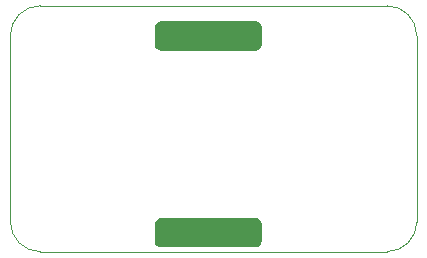
<source format=gbr>
G04*
G04 #@! TF.GenerationSoftware,Altium Limited,Altium Designer,25.3.3 (18)*
G04*
G04 Layer_Color=0*
%FSLAX44Y44*%
%MOMM*%
G71*
G04*
G04 #@! TF.SameCoordinates,BFC568DA-C1B5-42DE-8167-96A376B3F609*
G04*
G04*
G04 #@! TF.FilePolarity,Positive*
G04*
G01*
G75*
%ADD47C,0.0254*%
G36*
X521483Y1044427D02*
X523163Y1045550D01*
X525145Y1045945D01*
Y1045845D01*
X605155Y1045945D01*
X607137Y1045550D01*
X608817Y1044427D01*
X609940Y1042747D01*
X610335Y1040765D01*
X610235D01*
X610335Y1026160D01*
X609940Y1024178D01*
X608817Y1022497D01*
X607137Y1021375D01*
X605155Y1020981D01*
Y1021080D01*
X525145D01*
Y1020981D01*
X523163Y1021375D01*
X521483Y1022497D01*
X520360Y1024178D01*
X519966Y1026160D01*
X520065D01*
X519966Y1040765D01*
X520360Y1042747D01*
X521483Y1044427D01*
D02*
G37*
G36*
Y1210798D02*
X523163Y1211920D01*
X525145Y1212315D01*
Y1212215D01*
X605155Y1212315D01*
X607137Y1211920D01*
X608817Y1210798D01*
X609940Y1209117D01*
X610335Y1207135D01*
X610235D01*
X610335Y1192530D01*
X609940Y1190548D01*
X608817Y1188867D01*
X607137Y1187745D01*
X605155Y1187350D01*
Y1187450D01*
X525145D01*
Y1187350D01*
X523163Y1187745D01*
X521483Y1188867D01*
X520360Y1190548D01*
X519966Y1192530D01*
X520065D01*
X519966Y1207135D01*
X520360Y1209117D01*
X521483Y1210798D01*
D02*
G37*
D47*
X397510Y1042670D02*
Y1200150D01*
D02*
G02*
X422910Y1225550I25400J0D01*
G01*
X716280D01*
D02*
G02*
X741680Y1200150I0J-25400D01*
G01*
Y1042670D01*
D02*
G02*
X716280Y1017270I-25400J0D01*
G01*
X422910D01*
D02*
G02*
X397510Y1042670I0J25400D01*
G01*
M02*

</source>
